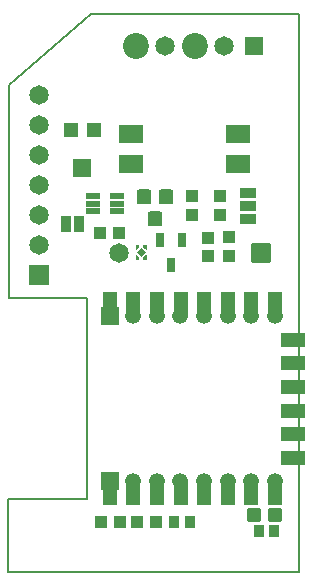
<source format=gbr>
G04 PROTEUS GERBER X2 FILE*
%TF.GenerationSoftware,Labcenter,Proteus,8.16-SP3-Build36097*%
%TF.CreationDate,2024-09-26T16:34:03+00:00*%
%TF.FileFunction,Soldermask,Top*%
%TF.FilePolarity,Negative*%
%TF.Part,Single*%
%TF.SameCoordinates,{f118cff8-fadb-4bc5-a17f-1c91f2e22e42}*%
%FSLAX45Y45*%
%MOMM*%
G01*
%AMPPAD063*
4,1,4,
-0.600000,-1.000000,
-0.600000,1.000000,
0.600000,1.000000,
0.600000,-1.000000,
-0.600000,-1.000000,
0*%
%TA.AperFunction,Material*%
%ADD69PPAD063*%
%AMPPAD064*
4,1,4,
-1.000000,-0.600000,
-1.000000,0.600000,
1.000000,0.600000,
1.000000,-0.600000,
-1.000000,-0.600000,
0*%
%ADD74PPAD064*%
%AMPPAD065*
4,1,36,
0.742460,-0.792460,
-0.742460,-0.792460,
-0.752540,-0.791440,
-0.761920,-0.788530,
-0.770410,-0.783920,
-0.777810,-0.777810,
-0.783920,-0.770410,
-0.788530,-0.761920,
-0.791440,-0.752540,
-0.792460,-0.742460,
-0.792460,0.742460,
-0.791440,0.752540,
-0.788530,0.761920,
-0.783920,0.770410,
-0.777810,0.777810,
-0.770410,0.783920,
-0.761920,0.788530,
-0.752540,0.791440,
-0.742460,0.792460,
0.742460,0.792460,
0.752540,0.791440,
0.761920,0.788530,
0.770410,0.783920,
0.777810,0.777810,
0.783920,0.770410,
0.788530,0.761920,
0.791440,0.752540,
0.792460,0.742460,
0.792460,-0.742460,
0.791440,-0.752540,
0.788530,-0.761920,
0.783920,-0.770410,
0.777810,-0.777810,
0.770410,-0.783920,
0.761920,-0.788530,
0.752540,-0.791440,
0.742460,-0.792460,
0*%
%TA.AperFunction,Material*%
%ADD75PPAD065*%
%ADD76C,2.200000*%
%AMPPAD067*
4,1,4,
-1.050000,0.725000,
1.050000,0.725000,
1.050000,-0.725000,
-1.050000,-0.725000,
-1.050000,0.725000,
0*%
%TA.AperFunction,Material*%
%ADD77PPAD067*%
%AMPPAD068*
4,1,36,
-0.444500,0.635000,
0.444500,0.635000,
0.470090,0.632420,
0.493930,0.625020,
0.515500,0.613310,
0.534300,0.597800,
0.549810,0.579000,
0.561520,0.557430,
0.568920,0.533590,
0.571500,0.508000,
0.571500,-0.508000,
0.568920,-0.533590,
0.561520,-0.557430,
0.549810,-0.579000,
0.534300,-0.597800,
0.515500,-0.613310,
0.493930,-0.625020,
0.470090,-0.632420,
0.444500,-0.635000,
-0.444500,-0.635000,
-0.470090,-0.632420,
-0.493930,-0.625020,
-0.515500,-0.613310,
-0.534300,-0.597800,
-0.549810,-0.579000,
-0.561520,-0.557430,
-0.568920,-0.533590,
-0.571500,-0.508000,
-0.571500,0.508000,
-0.568920,0.533590,
-0.561520,0.557430,
-0.549810,0.579000,
-0.534300,0.597800,
-0.515500,0.613310,
-0.493930,0.625020,
-0.470090,0.632420,
-0.444500,0.635000,
0*%
%TA.AperFunction,Material*%
%ADD78PPAD068*%
%AMPPAD069*
4,1,4,
0.495300,0.469900,
0.495300,-0.469900,
-0.495300,-0.469900,
-0.495300,0.469900,
0.495300,0.469900,
0*%
%TA.AperFunction,Material*%
%ADD79PPAD069*%
%AMPPAD070*
4,1,4,
-0.469900,0.495300,
0.469900,0.495300,
0.469900,-0.495300,
-0.469900,-0.495300,
-0.469900,0.495300,
0*%
%ADD80PPAD070*%
%AMPPAD071*
4,1,4,
-0.405000,0.470000,
0.405000,0.470000,
0.405000,-0.470000,
-0.405000,-0.470000,
-0.405000,0.470000,
0*%
%ADD81PPAD071*%
%AMPPAD072*
4,1,36,
-0.444500,0.571500,
0.444500,0.571500,
0.470090,0.568920,
0.493930,0.561520,
0.515500,0.549810,
0.534300,0.534300,
0.549810,0.515500,
0.561520,0.493930,
0.568920,0.470090,
0.571500,0.444500,
0.571500,-0.444500,
0.568920,-0.470090,
0.561520,-0.493930,
0.549810,-0.515500,
0.534300,-0.534300,
0.515500,-0.549810,
0.493930,-0.561520,
0.470090,-0.568920,
0.444500,-0.571500,
-0.444500,-0.571500,
-0.470090,-0.568920,
-0.493930,-0.561520,
-0.515500,-0.549810,
-0.534300,-0.534300,
-0.549810,-0.515500,
-0.561520,-0.493930,
-0.568920,-0.470090,
-0.571500,-0.444500,
-0.571500,0.444500,
-0.568920,0.470090,
-0.561520,0.493930,
-0.549810,0.515500,
-0.534300,0.534300,
-0.515500,0.549810,
-0.493930,0.561520,
-0.470090,0.568920,
-0.444500,0.571500,
0*%
%ADD82PPAD072*%
%AMPPAD073*
4,1,4,
0.300000,0.625000,
0.300000,-0.625000,
-0.300000,-0.625000,
-0.300000,0.625000,
0.300000,0.625000,
0*%
%TA.AperFunction,Material*%
%ADD83PPAD073*%
%AMPPAD074*
4,1,4,
0.025000,0.025000,
0.025000,-0.025000,
-0.025000,-0.025000,
-0.025000,0.025000,
0.025000,0.025000,
0*%
%TA.AperFunction,Material*%
%ADD84PPAD074*%
%TA.AperFunction,Material*%
%ADD85C,1.651000*%
%AMPPAD076*
4,1,36,
-0.698500,-0.825500,
0.698500,-0.825500,
0.724090,-0.822920,
0.747930,-0.815520,
0.769500,-0.803810,
0.788300,-0.788300,
0.803810,-0.769500,
0.815520,-0.747930,
0.822920,-0.724090,
0.825500,-0.698500,
0.825500,0.698500,
0.822920,0.724090,
0.815520,0.747930,
0.803810,0.769500,
0.788300,0.788300,
0.769500,0.803810,
0.747930,0.815520,
0.724090,0.822920,
0.698500,0.825500,
-0.698500,0.825500,
-0.724090,0.822920,
-0.747930,0.815520,
-0.769500,0.803810,
-0.788300,0.788300,
-0.803810,0.769500,
-0.815520,0.747930,
-0.822920,0.724090,
-0.825500,0.698500,
-0.825500,-0.698500,
-0.822920,-0.724090,
-0.815520,-0.747930,
-0.803810,-0.769500,
-0.788300,-0.788300,
-0.769500,-0.803810,
-0.747930,-0.815520,
-0.724090,-0.822920,
-0.698500,-0.825500,
0*%
%ADD86PPAD076*%
%AMPPAD077*
4,1,36,
-0.762000,-0.635000,
-0.762000,0.635000,
-0.759420,0.660590,
-0.752020,0.684430,
-0.740310,0.706000,
-0.724800,0.724800,
-0.706000,0.740310,
-0.684430,0.752020,
-0.660590,0.759420,
-0.635000,0.762000,
0.635000,0.762000,
0.660590,0.759420,
0.684430,0.752020,
0.706000,0.740310,
0.724800,0.724800,
0.740310,0.706000,
0.752020,0.684430,
0.759420,0.660590,
0.762000,0.635000,
0.762000,-0.635000,
0.759420,-0.660590,
0.752020,-0.684430,
0.740310,-0.706000,
0.724800,-0.724800,
0.706000,-0.740310,
0.684430,-0.752020,
0.660590,-0.759420,
0.635000,-0.762000,
-0.635000,-0.762000,
-0.660590,-0.759420,
-0.684430,-0.752020,
-0.706000,-0.740310,
-0.724800,-0.724800,
-0.740310,-0.706000,
-0.752020,-0.684430,
-0.759420,-0.660590,
-0.762000,-0.635000,
0*%
%TA.AperFunction,Material*%
%ADD87PPAD077*%
%ADD88C,1.340000*%
%AMPPAD079*
4,1,4,
0.600000,-0.600000,
-0.600000,-0.600000,
-0.600000,0.600000,
0.600000,0.600000,
0.600000,-0.600000,
0*%
%TA.AperFunction,Material*%
%ADD89PPAD079*%
%AMPPAD080*
4,1,4,
0.800000,-0.750000,
-0.800000,-0.750000,
-0.800000,0.750000,
0.800000,0.750000,
0.800000,-0.750000,
0*%
%ADD90PPAD080*%
%AMPPAD081*
4,1,4,
0.475000,0.475000,
0.475000,-0.475000,
-0.475000,-0.475000,
-0.475000,0.475000,
0.475000,0.475000,
0*%
%TA.AperFunction,Material*%
%ADD91PPAD081*%
%TA.AperFunction,Material*%
%ADD92C,1.650000*%
%AMPPAD083*
4,1,4,
-0.575000,0.225000,
0.575000,0.225000,
0.575000,-0.225000,
-0.575000,-0.225000,
-0.575000,0.225000,
0*%
%TA.AperFunction,Material*%
%ADD93PPAD083*%
%AMPPAD084*
4,1,4,
-0.825000,-0.825000,
-0.825000,0.825000,
0.825000,0.825000,
0.825000,-0.825000,
-0.825000,-0.825000,
0*%
%TA.AperFunction,Material*%
%ADD94PPAD084*%
%AMPPAD085*
4,1,4,
-0.450000,0.650000,
0.450000,0.650000,
0.450000,-0.650000,
-0.450000,-0.650000,
-0.450000,0.650000,
0*%
%TA.AperFunction,Material*%
%ADD95PPAD085*%
%AMPPAD086*
4,1,4,
0.650000,0.450000,
0.650000,-0.450000,
-0.650000,-0.450000,
-0.650000,0.450000,
0.650000,0.450000,
0*%
%ADD96PPAD086*%
%ADD97C,0.025400*%
%TA.AperFunction,Profile*%
%ADD41C,0.177800*%
%TD.AperFunction*%
%TA.AperFunction,Material*%
G36*
X+492000Y+3386000D02*
X+471000Y+3386000D01*
X+471000Y+3368000D01*
X+489000Y+3350000D01*
X+492000Y+3350000D01*
X+492000Y+3386000D01*
G37*
%TD.AperFunction*%
%TA.AperFunction,Material*%
G36*
X+406000Y+3264000D02*
X+427000Y+3264000D01*
X+427000Y+3282000D01*
X+409000Y+3300000D01*
X+406000Y+3300000D01*
X+406000Y+3264000D01*
G37*
%TD.AperFunction*%
%TA.AperFunction,Material*%
G36*
X+492000Y+3264000D02*
X+471000Y+3264000D01*
X+471000Y+3282000D01*
X+489000Y+3300000D01*
X+492000Y+3300000D01*
X+492000Y+3264000D01*
G37*
%TD.AperFunction*%
%TA.AperFunction,Material*%
G36*
X+406000Y+3386000D02*
X+427000Y+3386000D01*
X+427000Y+3368000D01*
X+409000Y+3350000D01*
X+406000Y+3350000D01*
X+406000Y+3386000D01*
G37*
%TD.AperFunction*%
%TA.AperFunction,Material*%
G36*
X+449000Y+3359000D02*
X+483000Y+3325000D01*
X+449000Y+3291000D01*
X+415000Y+3325000D01*
X+449000Y+3359000D01*
G37*
%TD.AperFunction*%
D69*
X+185327Y+1282060D03*
X+385327Y+1282060D03*
X+585327Y+1282060D03*
X+785327Y+1282060D03*
X+985327Y+1282060D03*
X+1185327Y+1282060D03*
X+1385327Y+1282060D03*
X+1585327Y+1282060D03*
D74*
X+1733327Y+1582060D03*
X+1733327Y+1782060D03*
X+1733327Y+1982060D03*
X+1733327Y+2182060D03*
X+1733327Y+2382060D03*
X+1733327Y+2582060D03*
D69*
X+1585327Y+2882060D03*
X+1385327Y+2882060D03*
X+1185327Y+2882060D03*
X+985327Y+2882060D03*
X+785327Y+2882060D03*
X+585327Y+2882060D03*
X+385327Y+2882060D03*
X+185327Y+2882060D03*
D75*
X+906000Y+5066000D03*
D76*
X+406000Y+5066000D03*
D75*
X+1406000Y+5066000D03*
D76*
X+906000Y+5066000D03*
D77*
X+363000Y+4321000D03*
X+363000Y+4067000D03*
X+1273000Y+4067000D03*
X+1273000Y+4321000D03*
D78*
X+568835Y+3600200D03*
X+662815Y+3790700D03*
X+474855Y+3790700D03*
D79*
X+886000Y+3796000D03*
X+886000Y+3636000D03*
D80*
X+420000Y+1040000D03*
X+580000Y+1040000D03*
X+110000Y+1040000D03*
X+270000Y+1040000D03*
D81*
X+1446000Y+965000D03*
X+1580000Y+965000D03*
D82*
X+1410000Y+1100000D03*
X+1582720Y+1100000D03*
D83*
X+799000Y+3425000D03*
X+609000Y+3425000D03*
X+704000Y+3215000D03*
D80*
X+106000Y+3486000D03*
X+266000Y+3486000D03*
D84*
X+481512Y+3368000D03*
X+416488Y+3368000D03*
X+416488Y+3282000D03*
X+481512Y+3282000D03*
X+449000Y+3325000D03*
D85*
X+262000Y+3318000D03*
D86*
X+1462000Y+3318000D03*
D87*
X+183327Y+1382060D03*
D88*
X+383327Y+1382060D03*
X+583327Y+1382060D03*
X+783327Y+1382060D03*
X+983327Y+1382060D03*
X+1183325Y+1382060D03*
X+1383327Y+1382060D03*
X+1583327Y+1382060D03*
D87*
X+183327Y+2781677D03*
D88*
X+383327Y+2781677D03*
X+583327Y+2781677D03*
X+783327Y+2781677D03*
X+983327Y+2781677D03*
X+1183325Y+2781677D03*
X+1383327Y+2781677D03*
X+1583327Y+2781677D03*
D89*
X+54000Y+4357000D03*
D90*
X-46000Y+4033000D03*
D89*
X-146000Y+4357000D03*
D91*
X+1018000Y+3441000D03*
X+1018000Y+3291000D03*
D79*
X+1196696Y+3448000D03*
X+1196696Y+3288000D03*
D92*
X+656000Y+5066000D03*
X+1156000Y+5066000D03*
D93*
X+44000Y+3799000D03*
X+44000Y+3734000D03*
X+44000Y+3669000D03*
X+244000Y+3669000D03*
X+244000Y+3734000D03*
X+244000Y+3799000D03*
D79*
X+1116670Y+3796000D03*
X+1116670Y+3636000D03*
D81*
X+864000Y+1040000D03*
X+730000Y+1040000D03*
D94*
X-410000Y+3128000D03*
D92*
X-410000Y+3382000D03*
X-410000Y+3636000D03*
X-410000Y+3890000D03*
X-410000Y+4144000D03*
X-410000Y+4398000D03*
X-410000Y+4652000D03*
D95*
X-184000Y+3560000D03*
X-76000Y+3560000D03*
D96*
X+1354000Y+3824000D03*
X+1354000Y+3715000D03*
X+1354000Y+3606000D03*
D97*
X+492000Y+3386000D02*
X+471000Y+3386000D01*
X+471000Y+3368000D01*
X+489000Y+3350000D01*
X+492000Y+3350000D01*
X+492000Y+3386000D01*
X+406000Y+3264000D02*
X+427000Y+3264000D01*
X+427000Y+3282000D01*
X+409000Y+3300000D01*
X+406000Y+3300000D01*
X+406000Y+3264000D01*
X+492000Y+3264000D02*
X+471000Y+3264000D01*
X+471000Y+3282000D01*
X+489000Y+3300000D01*
X+492000Y+3300000D01*
X+492000Y+3264000D01*
X+406000Y+3386000D02*
X+427000Y+3386000D01*
X+427000Y+3368000D01*
X+409000Y+3350000D01*
X+406000Y+3350000D01*
X+406000Y+3386000D01*
X+449000Y+3359000D02*
X+483000Y+3325000D01*
X+449000Y+3291000D01*
X+415000Y+3325000D01*
X+449000Y+3359000D01*
D41*
X-671603Y+4737000D02*
X-671603Y+2937000D01*
X-5970Y+2937000D01*
X-5970Y+1236000D01*
X-672000Y+1236000D01*
X-672000Y+616000D01*
X+1788988Y+616000D01*
X+1788988Y+5337000D01*
X+28182Y+5337000D01*
X-671603Y+4737000D01*
M02*

</source>
